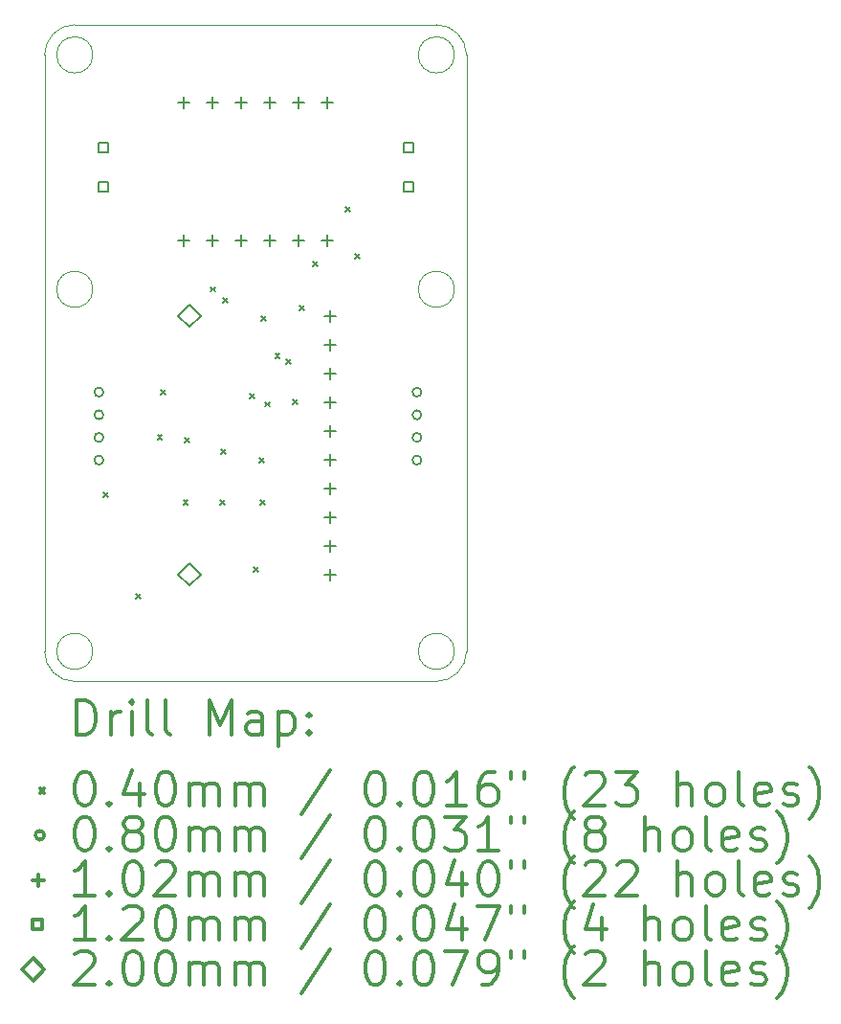
<source format=gbr>
%FSLAX45Y45*%
G04 Gerber Fmt 4.5, Leading zero omitted, Abs format (unit mm)*
G04 Created by KiCad (PCBNEW (5.1.5-0-10_14)) date 2020-07-07 09:51:08*
%MOMM*%
%LPD*%
G04 APERTURE LIST*
%TA.AperFunction,Profile*%
%ADD10C,0.050000*%
%TD*%
%ADD11C,0.200000*%
%ADD12C,0.300000*%
G04 APERTURE END LIST*
D10*
X17205000Y-5545300D02*
X14005000Y-5545300D01*
X17365000Y-7884000D02*
G75*
G03X17365000Y-7884000I-160000J0D01*
G01*
X14165000Y-7884000D02*
G75*
G03X14165000Y-7884000I-160000J0D01*
G01*
X13738300Y-5812000D02*
X13738300Y-11084000D01*
X17471700Y-11084000D02*
X17471700Y-5812000D01*
X14005000Y-11350700D02*
X17205000Y-11350700D01*
X17205000Y-5545300D02*
G75*
G02X17471700Y-5812000I0J-266700D01*
G01*
X17471700Y-11084000D02*
G75*
G02X17205000Y-11350700I-266700J0D01*
G01*
X14005000Y-11350700D02*
G75*
G02X13738300Y-11084000I0J266700D01*
G01*
X13738300Y-5812000D02*
G75*
G02X14005000Y-5545300I266700J0D01*
G01*
X14165000Y-11084000D02*
G75*
G03X14165000Y-11084000I-160000J0D01*
G01*
X17365000Y-11084000D02*
G75*
G03X17365000Y-11084000I-160000J0D01*
G01*
X14165000Y-5812000D02*
G75*
G03X14165000Y-5812000I-160000J0D01*
G01*
X17365000Y-5812000D02*
G75*
G03X17365000Y-5812000I-160000J0D01*
G01*
D11*
X14260000Y-9680000D02*
X14300000Y-9720000D01*
X14300000Y-9680000D02*
X14260000Y-9720000D01*
X14546900Y-10576880D02*
X14586900Y-10616880D01*
X14586900Y-10576880D02*
X14546900Y-10616880D01*
X14737400Y-9169720D02*
X14777400Y-9209720D01*
X14777400Y-9169720D02*
X14737400Y-9209720D01*
X14767880Y-8773480D02*
X14807880Y-8813480D01*
X14807880Y-8773480D02*
X14767880Y-8813480D01*
X14966000Y-9748840D02*
X15006000Y-9788840D01*
X15006000Y-9748840D02*
X14966000Y-9788840D01*
X14981240Y-9195120D02*
X15021240Y-9235120D01*
X15021240Y-9195120D02*
X14981240Y-9235120D01*
X15204760Y-7864160D02*
X15244760Y-7904160D01*
X15244760Y-7864160D02*
X15204760Y-7904160D01*
X15291120Y-9748840D02*
X15331120Y-9788840D01*
X15331120Y-9748840D02*
X15291120Y-9788840D01*
X15301280Y-9301800D02*
X15341280Y-9341800D01*
X15341280Y-9301800D02*
X15301280Y-9341800D01*
X15316520Y-7960680D02*
X15356520Y-8000680D01*
X15356520Y-7960680D02*
X15316520Y-8000680D01*
X15555280Y-8809040D02*
X15595280Y-8849040D01*
X15595280Y-8809040D02*
X15555280Y-8849040D01*
X15585760Y-10338120D02*
X15625760Y-10378120D01*
X15625760Y-10338120D02*
X15585760Y-10378120D01*
X15636560Y-9372920D02*
X15676560Y-9412920D01*
X15676560Y-9372920D02*
X15636560Y-9412920D01*
X15646720Y-9748840D02*
X15686720Y-9788840D01*
X15686720Y-9748840D02*
X15646720Y-9788840D01*
X15656880Y-8123240D02*
X15696880Y-8163240D01*
X15696880Y-8123240D02*
X15656880Y-8163240D01*
X15687360Y-8880160D02*
X15727360Y-8920160D01*
X15727360Y-8880160D02*
X15687360Y-8920160D01*
X15778800Y-8453440D02*
X15818800Y-8493440D01*
X15818800Y-8453440D02*
X15778800Y-8493440D01*
X15874919Y-8503839D02*
X15914919Y-8543839D01*
X15914919Y-8503839D02*
X15874919Y-8543839D01*
X15938571Y-8857549D02*
X15978571Y-8897549D01*
X15978571Y-8857549D02*
X15938571Y-8897549D01*
X15992160Y-8026720D02*
X16032160Y-8066720D01*
X16032160Y-8026720D02*
X15992160Y-8066720D01*
X16116000Y-7640000D02*
X16156000Y-7680000D01*
X16156000Y-7640000D02*
X16116000Y-7680000D01*
X16399000Y-7159000D02*
X16439000Y-7199000D01*
X16439000Y-7159000D02*
X16399000Y-7199000D01*
X16486000Y-7571000D02*
X16526000Y-7611000D01*
X16526000Y-7571000D02*
X16486000Y-7611000D01*
X14258798Y-8793226D02*
G75*
G03X14258798Y-8793226I-39878J0D01*
G01*
X14258798Y-8993378D02*
G75*
G03X14258798Y-8993378I-39878J0D01*
G01*
X14258798Y-9193022D02*
G75*
G03X14258798Y-9193022I-39878J0D01*
G01*
X14258798Y-9393174D02*
G75*
G03X14258798Y-9393174I-39878J0D01*
G01*
X17073118Y-8793226D02*
G75*
G03X17073118Y-8793226I-39878J0D01*
G01*
X17073118Y-8993378D02*
G75*
G03X17073118Y-8993378I-39878J0D01*
G01*
X17073118Y-9193022D02*
G75*
G03X17073118Y-9193022I-39878J0D01*
G01*
X17073118Y-9393174D02*
G75*
G03X17073118Y-9393174I-39878J0D01*
G01*
X14965680Y-7401560D02*
X14965680Y-7503160D01*
X14914880Y-7452360D02*
X15016480Y-7452360D01*
X15219680Y-7401560D02*
X15219680Y-7503160D01*
X15168880Y-7452360D02*
X15270480Y-7452360D01*
X15473680Y-7401560D02*
X15473680Y-7503160D01*
X15422880Y-7452360D02*
X15524480Y-7452360D01*
X15727680Y-7401560D02*
X15727680Y-7503160D01*
X15676880Y-7452360D02*
X15778480Y-7452360D01*
X15981680Y-7401560D02*
X15981680Y-7503160D01*
X15930880Y-7452360D02*
X16032480Y-7452360D01*
X16235680Y-7401560D02*
X16235680Y-7503160D01*
X16184880Y-7452360D02*
X16286480Y-7452360D01*
X14965680Y-6182200D02*
X14965680Y-6283800D01*
X14914880Y-6233000D02*
X15016480Y-6233000D01*
X15219680Y-6182200D02*
X15219680Y-6283800D01*
X15168880Y-6233000D02*
X15270480Y-6233000D01*
X15473680Y-6182200D02*
X15473680Y-6283800D01*
X15422880Y-6233000D02*
X15524480Y-6233000D01*
X15727680Y-6182200D02*
X15727680Y-6283800D01*
X15676880Y-6233000D02*
X15778480Y-6233000D01*
X15981680Y-6182200D02*
X15981680Y-6283800D01*
X15930880Y-6233000D02*
X16032480Y-6233000D01*
X16235680Y-6182200D02*
X16235680Y-6283800D01*
X16184880Y-6233000D02*
X16286480Y-6233000D01*
X16266160Y-8067040D02*
X16266160Y-8168640D01*
X16215360Y-8117840D02*
X16316960Y-8117840D01*
X16266160Y-8321040D02*
X16266160Y-8422640D01*
X16215360Y-8371840D02*
X16316960Y-8371840D01*
X16266160Y-8575040D02*
X16266160Y-8676640D01*
X16215360Y-8625840D02*
X16316960Y-8625840D01*
X16266160Y-8829040D02*
X16266160Y-8930640D01*
X16215360Y-8879840D02*
X16316960Y-8879840D01*
X16266160Y-9083040D02*
X16266160Y-9184640D01*
X16215360Y-9133840D02*
X16316960Y-9133840D01*
X16266160Y-9337040D02*
X16266160Y-9438640D01*
X16215360Y-9387840D02*
X16316960Y-9387840D01*
X16266160Y-9591040D02*
X16266160Y-9692640D01*
X16215360Y-9641840D02*
X16316960Y-9641840D01*
X16266160Y-9845040D02*
X16266160Y-9946640D01*
X16215360Y-9895840D02*
X16316960Y-9895840D01*
X16266160Y-10099040D02*
X16266160Y-10200640D01*
X16215360Y-10149840D02*
X16316960Y-10149840D01*
X16266160Y-10353040D02*
X16266160Y-10454640D01*
X16215360Y-10403840D02*
X16316960Y-10403840D01*
X14296427Y-6674427D02*
X14296427Y-6589573D01*
X14211573Y-6589573D01*
X14211573Y-6674427D01*
X14296427Y-6674427D01*
X14296427Y-7024427D02*
X14296427Y-6939573D01*
X14211573Y-6939573D01*
X14211573Y-7024427D01*
X14296427Y-7024427D01*
X17001427Y-6674427D02*
X17001427Y-6589573D01*
X16916573Y-6589573D01*
X16916573Y-6674427D01*
X17001427Y-6674427D01*
X17001427Y-7024427D02*
X17001427Y-6939573D01*
X16916573Y-6939573D01*
X16916573Y-7024427D01*
X17001427Y-7024427D01*
X15021160Y-8217840D02*
X15121160Y-8117840D01*
X15021160Y-8017840D01*
X14921160Y-8117840D01*
X15021160Y-8217840D01*
X15021160Y-10503840D02*
X15121160Y-10403840D01*
X15021160Y-10303840D01*
X14921160Y-10403840D01*
X15021160Y-10503840D01*
D12*
X14022228Y-11818914D02*
X14022228Y-11518914D01*
X14093657Y-11518914D01*
X14136514Y-11533200D01*
X14165086Y-11561771D01*
X14179371Y-11590343D01*
X14193657Y-11647486D01*
X14193657Y-11690343D01*
X14179371Y-11747486D01*
X14165086Y-11776057D01*
X14136514Y-11804629D01*
X14093657Y-11818914D01*
X14022228Y-11818914D01*
X14322228Y-11818914D02*
X14322228Y-11618914D01*
X14322228Y-11676057D02*
X14336514Y-11647486D01*
X14350800Y-11633200D01*
X14379371Y-11618914D01*
X14407943Y-11618914D01*
X14507943Y-11818914D02*
X14507943Y-11618914D01*
X14507943Y-11518914D02*
X14493657Y-11533200D01*
X14507943Y-11547486D01*
X14522228Y-11533200D01*
X14507943Y-11518914D01*
X14507943Y-11547486D01*
X14693657Y-11818914D02*
X14665086Y-11804629D01*
X14650800Y-11776057D01*
X14650800Y-11518914D01*
X14850800Y-11818914D02*
X14822228Y-11804629D01*
X14807943Y-11776057D01*
X14807943Y-11518914D01*
X15193657Y-11818914D02*
X15193657Y-11518914D01*
X15293657Y-11733200D01*
X15393657Y-11518914D01*
X15393657Y-11818914D01*
X15665086Y-11818914D02*
X15665086Y-11661771D01*
X15650800Y-11633200D01*
X15622228Y-11618914D01*
X15565086Y-11618914D01*
X15536514Y-11633200D01*
X15665086Y-11804629D02*
X15636514Y-11818914D01*
X15565086Y-11818914D01*
X15536514Y-11804629D01*
X15522228Y-11776057D01*
X15522228Y-11747486D01*
X15536514Y-11718914D01*
X15565086Y-11704629D01*
X15636514Y-11704629D01*
X15665086Y-11690343D01*
X15807943Y-11618914D02*
X15807943Y-11918914D01*
X15807943Y-11633200D02*
X15836514Y-11618914D01*
X15893657Y-11618914D01*
X15922228Y-11633200D01*
X15936514Y-11647486D01*
X15950800Y-11676057D01*
X15950800Y-11761771D01*
X15936514Y-11790343D01*
X15922228Y-11804629D01*
X15893657Y-11818914D01*
X15836514Y-11818914D01*
X15807943Y-11804629D01*
X16079371Y-11790343D02*
X16093657Y-11804629D01*
X16079371Y-11818914D01*
X16065086Y-11804629D01*
X16079371Y-11790343D01*
X16079371Y-11818914D01*
X16079371Y-11633200D02*
X16093657Y-11647486D01*
X16079371Y-11661771D01*
X16065086Y-11647486D01*
X16079371Y-11633200D01*
X16079371Y-11661771D01*
X13695800Y-12293200D02*
X13735800Y-12333200D01*
X13735800Y-12293200D02*
X13695800Y-12333200D01*
X14079371Y-12148914D02*
X14107943Y-12148914D01*
X14136514Y-12163200D01*
X14150800Y-12177486D01*
X14165086Y-12206057D01*
X14179371Y-12263200D01*
X14179371Y-12334629D01*
X14165086Y-12391771D01*
X14150800Y-12420343D01*
X14136514Y-12434629D01*
X14107943Y-12448914D01*
X14079371Y-12448914D01*
X14050800Y-12434629D01*
X14036514Y-12420343D01*
X14022228Y-12391771D01*
X14007943Y-12334629D01*
X14007943Y-12263200D01*
X14022228Y-12206057D01*
X14036514Y-12177486D01*
X14050800Y-12163200D01*
X14079371Y-12148914D01*
X14307943Y-12420343D02*
X14322228Y-12434629D01*
X14307943Y-12448914D01*
X14293657Y-12434629D01*
X14307943Y-12420343D01*
X14307943Y-12448914D01*
X14579371Y-12248914D02*
X14579371Y-12448914D01*
X14507943Y-12134629D02*
X14436514Y-12348914D01*
X14622228Y-12348914D01*
X14793657Y-12148914D02*
X14822228Y-12148914D01*
X14850800Y-12163200D01*
X14865086Y-12177486D01*
X14879371Y-12206057D01*
X14893657Y-12263200D01*
X14893657Y-12334629D01*
X14879371Y-12391771D01*
X14865086Y-12420343D01*
X14850800Y-12434629D01*
X14822228Y-12448914D01*
X14793657Y-12448914D01*
X14765086Y-12434629D01*
X14750800Y-12420343D01*
X14736514Y-12391771D01*
X14722228Y-12334629D01*
X14722228Y-12263200D01*
X14736514Y-12206057D01*
X14750800Y-12177486D01*
X14765086Y-12163200D01*
X14793657Y-12148914D01*
X15022228Y-12448914D02*
X15022228Y-12248914D01*
X15022228Y-12277486D02*
X15036514Y-12263200D01*
X15065086Y-12248914D01*
X15107943Y-12248914D01*
X15136514Y-12263200D01*
X15150800Y-12291771D01*
X15150800Y-12448914D01*
X15150800Y-12291771D02*
X15165086Y-12263200D01*
X15193657Y-12248914D01*
X15236514Y-12248914D01*
X15265086Y-12263200D01*
X15279371Y-12291771D01*
X15279371Y-12448914D01*
X15422228Y-12448914D02*
X15422228Y-12248914D01*
X15422228Y-12277486D02*
X15436514Y-12263200D01*
X15465086Y-12248914D01*
X15507943Y-12248914D01*
X15536514Y-12263200D01*
X15550800Y-12291771D01*
X15550800Y-12448914D01*
X15550800Y-12291771D02*
X15565086Y-12263200D01*
X15593657Y-12248914D01*
X15636514Y-12248914D01*
X15665086Y-12263200D01*
X15679371Y-12291771D01*
X15679371Y-12448914D01*
X16265086Y-12134629D02*
X16007943Y-12520343D01*
X16650800Y-12148914D02*
X16679371Y-12148914D01*
X16707943Y-12163200D01*
X16722228Y-12177486D01*
X16736514Y-12206057D01*
X16750800Y-12263200D01*
X16750800Y-12334629D01*
X16736514Y-12391771D01*
X16722228Y-12420343D01*
X16707943Y-12434629D01*
X16679371Y-12448914D01*
X16650800Y-12448914D01*
X16622228Y-12434629D01*
X16607943Y-12420343D01*
X16593657Y-12391771D01*
X16579371Y-12334629D01*
X16579371Y-12263200D01*
X16593657Y-12206057D01*
X16607943Y-12177486D01*
X16622228Y-12163200D01*
X16650800Y-12148914D01*
X16879371Y-12420343D02*
X16893657Y-12434629D01*
X16879371Y-12448914D01*
X16865086Y-12434629D01*
X16879371Y-12420343D01*
X16879371Y-12448914D01*
X17079371Y-12148914D02*
X17107943Y-12148914D01*
X17136514Y-12163200D01*
X17150800Y-12177486D01*
X17165086Y-12206057D01*
X17179371Y-12263200D01*
X17179371Y-12334629D01*
X17165086Y-12391771D01*
X17150800Y-12420343D01*
X17136514Y-12434629D01*
X17107943Y-12448914D01*
X17079371Y-12448914D01*
X17050800Y-12434629D01*
X17036514Y-12420343D01*
X17022228Y-12391771D01*
X17007943Y-12334629D01*
X17007943Y-12263200D01*
X17022228Y-12206057D01*
X17036514Y-12177486D01*
X17050800Y-12163200D01*
X17079371Y-12148914D01*
X17465086Y-12448914D02*
X17293657Y-12448914D01*
X17379371Y-12448914D02*
X17379371Y-12148914D01*
X17350800Y-12191771D01*
X17322228Y-12220343D01*
X17293657Y-12234629D01*
X17722228Y-12148914D02*
X17665086Y-12148914D01*
X17636514Y-12163200D01*
X17622228Y-12177486D01*
X17593657Y-12220343D01*
X17579371Y-12277486D01*
X17579371Y-12391771D01*
X17593657Y-12420343D01*
X17607943Y-12434629D01*
X17636514Y-12448914D01*
X17693657Y-12448914D01*
X17722228Y-12434629D01*
X17736514Y-12420343D01*
X17750800Y-12391771D01*
X17750800Y-12320343D01*
X17736514Y-12291771D01*
X17722228Y-12277486D01*
X17693657Y-12263200D01*
X17636514Y-12263200D01*
X17607943Y-12277486D01*
X17593657Y-12291771D01*
X17579371Y-12320343D01*
X17865086Y-12148914D02*
X17865086Y-12206057D01*
X17979371Y-12148914D02*
X17979371Y-12206057D01*
X18422228Y-12563200D02*
X18407943Y-12548914D01*
X18379371Y-12506057D01*
X18365086Y-12477486D01*
X18350800Y-12434629D01*
X18336514Y-12363200D01*
X18336514Y-12306057D01*
X18350800Y-12234629D01*
X18365086Y-12191771D01*
X18379371Y-12163200D01*
X18407943Y-12120343D01*
X18422228Y-12106057D01*
X18522228Y-12177486D02*
X18536514Y-12163200D01*
X18565086Y-12148914D01*
X18636514Y-12148914D01*
X18665086Y-12163200D01*
X18679371Y-12177486D01*
X18693657Y-12206057D01*
X18693657Y-12234629D01*
X18679371Y-12277486D01*
X18507943Y-12448914D01*
X18693657Y-12448914D01*
X18793657Y-12148914D02*
X18979371Y-12148914D01*
X18879371Y-12263200D01*
X18922228Y-12263200D01*
X18950800Y-12277486D01*
X18965086Y-12291771D01*
X18979371Y-12320343D01*
X18979371Y-12391771D01*
X18965086Y-12420343D01*
X18950800Y-12434629D01*
X18922228Y-12448914D01*
X18836514Y-12448914D01*
X18807943Y-12434629D01*
X18793657Y-12420343D01*
X19336514Y-12448914D02*
X19336514Y-12148914D01*
X19465086Y-12448914D02*
X19465086Y-12291771D01*
X19450800Y-12263200D01*
X19422228Y-12248914D01*
X19379371Y-12248914D01*
X19350800Y-12263200D01*
X19336514Y-12277486D01*
X19650800Y-12448914D02*
X19622228Y-12434629D01*
X19607943Y-12420343D01*
X19593657Y-12391771D01*
X19593657Y-12306057D01*
X19607943Y-12277486D01*
X19622228Y-12263200D01*
X19650800Y-12248914D01*
X19693657Y-12248914D01*
X19722228Y-12263200D01*
X19736514Y-12277486D01*
X19750800Y-12306057D01*
X19750800Y-12391771D01*
X19736514Y-12420343D01*
X19722228Y-12434629D01*
X19693657Y-12448914D01*
X19650800Y-12448914D01*
X19922228Y-12448914D02*
X19893657Y-12434629D01*
X19879371Y-12406057D01*
X19879371Y-12148914D01*
X20150800Y-12434629D02*
X20122228Y-12448914D01*
X20065086Y-12448914D01*
X20036514Y-12434629D01*
X20022228Y-12406057D01*
X20022228Y-12291771D01*
X20036514Y-12263200D01*
X20065086Y-12248914D01*
X20122228Y-12248914D01*
X20150800Y-12263200D01*
X20165086Y-12291771D01*
X20165086Y-12320343D01*
X20022228Y-12348914D01*
X20279371Y-12434629D02*
X20307943Y-12448914D01*
X20365086Y-12448914D01*
X20393657Y-12434629D01*
X20407943Y-12406057D01*
X20407943Y-12391771D01*
X20393657Y-12363200D01*
X20365086Y-12348914D01*
X20322228Y-12348914D01*
X20293657Y-12334629D01*
X20279371Y-12306057D01*
X20279371Y-12291771D01*
X20293657Y-12263200D01*
X20322228Y-12248914D01*
X20365086Y-12248914D01*
X20393657Y-12263200D01*
X20507943Y-12563200D02*
X20522228Y-12548914D01*
X20550800Y-12506057D01*
X20565086Y-12477486D01*
X20579371Y-12434629D01*
X20593657Y-12363200D01*
X20593657Y-12306057D01*
X20579371Y-12234629D01*
X20565086Y-12191771D01*
X20550800Y-12163200D01*
X20522228Y-12120343D01*
X20507943Y-12106057D01*
X13735800Y-12709200D02*
G75*
G03X13735800Y-12709200I-39878J0D01*
G01*
X14079371Y-12544914D02*
X14107943Y-12544914D01*
X14136514Y-12559200D01*
X14150800Y-12573486D01*
X14165086Y-12602057D01*
X14179371Y-12659200D01*
X14179371Y-12730629D01*
X14165086Y-12787771D01*
X14150800Y-12816343D01*
X14136514Y-12830629D01*
X14107943Y-12844914D01*
X14079371Y-12844914D01*
X14050800Y-12830629D01*
X14036514Y-12816343D01*
X14022228Y-12787771D01*
X14007943Y-12730629D01*
X14007943Y-12659200D01*
X14022228Y-12602057D01*
X14036514Y-12573486D01*
X14050800Y-12559200D01*
X14079371Y-12544914D01*
X14307943Y-12816343D02*
X14322228Y-12830629D01*
X14307943Y-12844914D01*
X14293657Y-12830629D01*
X14307943Y-12816343D01*
X14307943Y-12844914D01*
X14493657Y-12673486D02*
X14465086Y-12659200D01*
X14450800Y-12644914D01*
X14436514Y-12616343D01*
X14436514Y-12602057D01*
X14450800Y-12573486D01*
X14465086Y-12559200D01*
X14493657Y-12544914D01*
X14550800Y-12544914D01*
X14579371Y-12559200D01*
X14593657Y-12573486D01*
X14607943Y-12602057D01*
X14607943Y-12616343D01*
X14593657Y-12644914D01*
X14579371Y-12659200D01*
X14550800Y-12673486D01*
X14493657Y-12673486D01*
X14465086Y-12687771D01*
X14450800Y-12702057D01*
X14436514Y-12730629D01*
X14436514Y-12787771D01*
X14450800Y-12816343D01*
X14465086Y-12830629D01*
X14493657Y-12844914D01*
X14550800Y-12844914D01*
X14579371Y-12830629D01*
X14593657Y-12816343D01*
X14607943Y-12787771D01*
X14607943Y-12730629D01*
X14593657Y-12702057D01*
X14579371Y-12687771D01*
X14550800Y-12673486D01*
X14793657Y-12544914D02*
X14822228Y-12544914D01*
X14850800Y-12559200D01*
X14865086Y-12573486D01*
X14879371Y-12602057D01*
X14893657Y-12659200D01*
X14893657Y-12730629D01*
X14879371Y-12787771D01*
X14865086Y-12816343D01*
X14850800Y-12830629D01*
X14822228Y-12844914D01*
X14793657Y-12844914D01*
X14765086Y-12830629D01*
X14750800Y-12816343D01*
X14736514Y-12787771D01*
X14722228Y-12730629D01*
X14722228Y-12659200D01*
X14736514Y-12602057D01*
X14750800Y-12573486D01*
X14765086Y-12559200D01*
X14793657Y-12544914D01*
X15022228Y-12844914D02*
X15022228Y-12644914D01*
X15022228Y-12673486D02*
X15036514Y-12659200D01*
X15065086Y-12644914D01*
X15107943Y-12644914D01*
X15136514Y-12659200D01*
X15150800Y-12687771D01*
X15150800Y-12844914D01*
X15150800Y-12687771D02*
X15165086Y-12659200D01*
X15193657Y-12644914D01*
X15236514Y-12644914D01*
X15265086Y-12659200D01*
X15279371Y-12687771D01*
X15279371Y-12844914D01*
X15422228Y-12844914D02*
X15422228Y-12644914D01*
X15422228Y-12673486D02*
X15436514Y-12659200D01*
X15465086Y-12644914D01*
X15507943Y-12644914D01*
X15536514Y-12659200D01*
X15550800Y-12687771D01*
X15550800Y-12844914D01*
X15550800Y-12687771D02*
X15565086Y-12659200D01*
X15593657Y-12644914D01*
X15636514Y-12644914D01*
X15665086Y-12659200D01*
X15679371Y-12687771D01*
X15679371Y-12844914D01*
X16265086Y-12530629D02*
X16007943Y-12916343D01*
X16650800Y-12544914D02*
X16679371Y-12544914D01*
X16707943Y-12559200D01*
X16722228Y-12573486D01*
X16736514Y-12602057D01*
X16750800Y-12659200D01*
X16750800Y-12730629D01*
X16736514Y-12787771D01*
X16722228Y-12816343D01*
X16707943Y-12830629D01*
X16679371Y-12844914D01*
X16650800Y-12844914D01*
X16622228Y-12830629D01*
X16607943Y-12816343D01*
X16593657Y-12787771D01*
X16579371Y-12730629D01*
X16579371Y-12659200D01*
X16593657Y-12602057D01*
X16607943Y-12573486D01*
X16622228Y-12559200D01*
X16650800Y-12544914D01*
X16879371Y-12816343D02*
X16893657Y-12830629D01*
X16879371Y-12844914D01*
X16865086Y-12830629D01*
X16879371Y-12816343D01*
X16879371Y-12844914D01*
X17079371Y-12544914D02*
X17107943Y-12544914D01*
X17136514Y-12559200D01*
X17150800Y-12573486D01*
X17165086Y-12602057D01*
X17179371Y-12659200D01*
X17179371Y-12730629D01*
X17165086Y-12787771D01*
X17150800Y-12816343D01*
X17136514Y-12830629D01*
X17107943Y-12844914D01*
X17079371Y-12844914D01*
X17050800Y-12830629D01*
X17036514Y-12816343D01*
X17022228Y-12787771D01*
X17007943Y-12730629D01*
X17007943Y-12659200D01*
X17022228Y-12602057D01*
X17036514Y-12573486D01*
X17050800Y-12559200D01*
X17079371Y-12544914D01*
X17279371Y-12544914D02*
X17465086Y-12544914D01*
X17365086Y-12659200D01*
X17407943Y-12659200D01*
X17436514Y-12673486D01*
X17450800Y-12687771D01*
X17465086Y-12716343D01*
X17465086Y-12787771D01*
X17450800Y-12816343D01*
X17436514Y-12830629D01*
X17407943Y-12844914D01*
X17322228Y-12844914D01*
X17293657Y-12830629D01*
X17279371Y-12816343D01*
X17750800Y-12844914D02*
X17579371Y-12844914D01*
X17665086Y-12844914D02*
X17665086Y-12544914D01*
X17636514Y-12587771D01*
X17607943Y-12616343D01*
X17579371Y-12630629D01*
X17865086Y-12544914D02*
X17865086Y-12602057D01*
X17979371Y-12544914D02*
X17979371Y-12602057D01*
X18422228Y-12959200D02*
X18407943Y-12944914D01*
X18379371Y-12902057D01*
X18365086Y-12873486D01*
X18350800Y-12830629D01*
X18336514Y-12759200D01*
X18336514Y-12702057D01*
X18350800Y-12630629D01*
X18365086Y-12587771D01*
X18379371Y-12559200D01*
X18407943Y-12516343D01*
X18422228Y-12502057D01*
X18579371Y-12673486D02*
X18550800Y-12659200D01*
X18536514Y-12644914D01*
X18522228Y-12616343D01*
X18522228Y-12602057D01*
X18536514Y-12573486D01*
X18550800Y-12559200D01*
X18579371Y-12544914D01*
X18636514Y-12544914D01*
X18665086Y-12559200D01*
X18679371Y-12573486D01*
X18693657Y-12602057D01*
X18693657Y-12616343D01*
X18679371Y-12644914D01*
X18665086Y-12659200D01*
X18636514Y-12673486D01*
X18579371Y-12673486D01*
X18550800Y-12687771D01*
X18536514Y-12702057D01*
X18522228Y-12730629D01*
X18522228Y-12787771D01*
X18536514Y-12816343D01*
X18550800Y-12830629D01*
X18579371Y-12844914D01*
X18636514Y-12844914D01*
X18665086Y-12830629D01*
X18679371Y-12816343D01*
X18693657Y-12787771D01*
X18693657Y-12730629D01*
X18679371Y-12702057D01*
X18665086Y-12687771D01*
X18636514Y-12673486D01*
X19050800Y-12844914D02*
X19050800Y-12544914D01*
X19179371Y-12844914D02*
X19179371Y-12687771D01*
X19165086Y-12659200D01*
X19136514Y-12644914D01*
X19093657Y-12644914D01*
X19065086Y-12659200D01*
X19050800Y-12673486D01*
X19365086Y-12844914D02*
X19336514Y-12830629D01*
X19322228Y-12816343D01*
X19307943Y-12787771D01*
X19307943Y-12702057D01*
X19322228Y-12673486D01*
X19336514Y-12659200D01*
X19365086Y-12644914D01*
X19407943Y-12644914D01*
X19436514Y-12659200D01*
X19450800Y-12673486D01*
X19465086Y-12702057D01*
X19465086Y-12787771D01*
X19450800Y-12816343D01*
X19436514Y-12830629D01*
X19407943Y-12844914D01*
X19365086Y-12844914D01*
X19636514Y-12844914D02*
X19607943Y-12830629D01*
X19593657Y-12802057D01*
X19593657Y-12544914D01*
X19865086Y-12830629D02*
X19836514Y-12844914D01*
X19779371Y-12844914D01*
X19750800Y-12830629D01*
X19736514Y-12802057D01*
X19736514Y-12687771D01*
X19750800Y-12659200D01*
X19779371Y-12644914D01*
X19836514Y-12644914D01*
X19865086Y-12659200D01*
X19879371Y-12687771D01*
X19879371Y-12716343D01*
X19736514Y-12744914D01*
X19993657Y-12830629D02*
X20022228Y-12844914D01*
X20079371Y-12844914D01*
X20107943Y-12830629D01*
X20122228Y-12802057D01*
X20122228Y-12787771D01*
X20107943Y-12759200D01*
X20079371Y-12744914D01*
X20036514Y-12744914D01*
X20007943Y-12730629D01*
X19993657Y-12702057D01*
X19993657Y-12687771D01*
X20007943Y-12659200D01*
X20036514Y-12644914D01*
X20079371Y-12644914D01*
X20107943Y-12659200D01*
X20222228Y-12959200D02*
X20236514Y-12944914D01*
X20265086Y-12902057D01*
X20279371Y-12873486D01*
X20293657Y-12830629D01*
X20307943Y-12759200D01*
X20307943Y-12702057D01*
X20293657Y-12630629D01*
X20279371Y-12587771D01*
X20265086Y-12559200D01*
X20236514Y-12516343D01*
X20222228Y-12502057D01*
X13685000Y-13054400D02*
X13685000Y-13156000D01*
X13634200Y-13105200D02*
X13735800Y-13105200D01*
X14179371Y-13240914D02*
X14007943Y-13240914D01*
X14093657Y-13240914D02*
X14093657Y-12940914D01*
X14065086Y-12983771D01*
X14036514Y-13012343D01*
X14007943Y-13026629D01*
X14307943Y-13212343D02*
X14322228Y-13226629D01*
X14307943Y-13240914D01*
X14293657Y-13226629D01*
X14307943Y-13212343D01*
X14307943Y-13240914D01*
X14507943Y-12940914D02*
X14536514Y-12940914D01*
X14565086Y-12955200D01*
X14579371Y-12969486D01*
X14593657Y-12998057D01*
X14607943Y-13055200D01*
X14607943Y-13126629D01*
X14593657Y-13183771D01*
X14579371Y-13212343D01*
X14565086Y-13226629D01*
X14536514Y-13240914D01*
X14507943Y-13240914D01*
X14479371Y-13226629D01*
X14465086Y-13212343D01*
X14450800Y-13183771D01*
X14436514Y-13126629D01*
X14436514Y-13055200D01*
X14450800Y-12998057D01*
X14465086Y-12969486D01*
X14479371Y-12955200D01*
X14507943Y-12940914D01*
X14722228Y-12969486D02*
X14736514Y-12955200D01*
X14765086Y-12940914D01*
X14836514Y-12940914D01*
X14865086Y-12955200D01*
X14879371Y-12969486D01*
X14893657Y-12998057D01*
X14893657Y-13026629D01*
X14879371Y-13069486D01*
X14707943Y-13240914D01*
X14893657Y-13240914D01*
X15022228Y-13240914D02*
X15022228Y-13040914D01*
X15022228Y-13069486D02*
X15036514Y-13055200D01*
X15065086Y-13040914D01*
X15107943Y-13040914D01*
X15136514Y-13055200D01*
X15150800Y-13083771D01*
X15150800Y-13240914D01*
X15150800Y-13083771D02*
X15165086Y-13055200D01*
X15193657Y-13040914D01*
X15236514Y-13040914D01*
X15265086Y-13055200D01*
X15279371Y-13083771D01*
X15279371Y-13240914D01*
X15422228Y-13240914D02*
X15422228Y-13040914D01*
X15422228Y-13069486D02*
X15436514Y-13055200D01*
X15465086Y-13040914D01*
X15507943Y-13040914D01*
X15536514Y-13055200D01*
X15550800Y-13083771D01*
X15550800Y-13240914D01*
X15550800Y-13083771D02*
X15565086Y-13055200D01*
X15593657Y-13040914D01*
X15636514Y-13040914D01*
X15665086Y-13055200D01*
X15679371Y-13083771D01*
X15679371Y-13240914D01*
X16265086Y-12926629D02*
X16007943Y-13312343D01*
X16650800Y-12940914D02*
X16679371Y-12940914D01*
X16707943Y-12955200D01*
X16722228Y-12969486D01*
X16736514Y-12998057D01*
X16750800Y-13055200D01*
X16750800Y-13126629D01*
X16736514Y-13183771D01*
X16722228Y-13212343D01*
X16707943Y-13226629D01*
X16679371Y-13240914D01*
X16650800Y-13240914D01*
X16622228Y-13226629D01*
X16607943Y-13212343D01*
X16593657Y-13183771D01*
X16579371Y-13126629D01*
X16579371Y-13055200D01*
X16593657Y-12998057D01*
X16607943Y-12969486D01*
X16622228Y-12955200D01*
X16650800Y-12940914D01*
X16879371Y-13212343D02*
X16893657Y-13226629D01*
X16879371Y-13240914D01*
X16865086Y-13226629D01*
X16879371Y-13212343D01*
X16879371Y-13240914D01*
X17079371Y-12940914D02*
X17107943Y-12940914D01*
X17136514Y-12955200D01*
X17150800Y-12969486D01*
X17165086Y-12998057D01*
X17179371Y-13055200D01*
X17179371Y-13126629D01*
X17165086Y-13183771D01*
X17150800Y-13212343D01*
X17136514Y-13226629D01*
X17107943Y-13240914D01*
X17079371Y-13240914D01*
X17050800Y-13226629D01*
X17036514Y-13212343D01*
X17022228Y-13183771D01*
X17007943Y-13126629D01*
X17007943Y-13055200D01*
X17022228Y-12998057D01*
X17036514Y-12969486D01*
X17050800Y-12955200D01*
X17079371Y-12940914D01*
X17436514Y-13040914D02*
X17436514Y-13240914D01*
X17365086Y-12926629D02*
X17293657Y-13140914D01*
X17479371Y-13140914D01*
X17650800Y-12940914D02*
X17679371Y-12940914D01*
X17707943Y-12955200D01*
X17722228Y-12969486D01*
X17736514Y-12998057D01*
X17750800Y-13055200D01*
X17750800Y-13126629D01*
X17736514Y-13183771D01*
X17722228Y-13212343D01*
X17707943Y-13226629D01*
X17679371Y-13240914D01*
X17650800Y-13240914D01*
X17622228Y-13226629D01*
X17607943Y-13212343D01*
X17593657Y-13183771D01*
X17579371Y-13126629D01*
X17579371Y-13055200D01*
X17593657Y-12998057D01*
X17607943Y-12969486D01*
X17622228Y-12955200D01*
X17650800Y-12940914D01*
X17865086Y-12940914D02*
X17865086Y-12998057D01*
X17979371Y-12940914D02*
X17979371Y-12998057D01*
X18422228Y-13355200D02*
X18407943Y-13340914D01*
X18379371Y-13298057D01*
X18365086Y-13269486D01*
X18350800Y-13226629D01*
X18336514Y-13155200D01*
X18336514Y-13098057D01*
X18350800Y-13026629D01*
X18365086Y-12983771D01*
X18379371Y-12955200D01*
X18407943Y-12912343D01*
X18422228Y-12898057D01*
X18522228Y-12969486D02*
X18536514Y-12955200D01*
X18565086Y-12940914D01*
X18636514Y-12940914D01*
X18665086Y-12955200D01*
X18679371Y-12969486D01*
X18693657Y-12998057D01*
X18693657Y-13026629D01*
X18679371Y-13069486D01*
X18507943Y-13240914D01*
X18693657Y-13240914D01*
X18807943Y-12969486D02*
X18822228Y-12955200D01*
X18850800Y-12940914D01*
X18922228Y-12940914D01*
X18950800Y-12955200D01*
X18965086Y-12969486D01*
X18979371Y-12998057D01*
X18979371Y-13026629D01*
X18965086Y-13069486D01*
X18793657Y-13240914D01*
X18979371Y-13240914D01*
X19336514Y-13240914D02*
X19336514Y-12940914D01*
X19465086Y-13240914D02*
X19465086Y-13083771D01*
X19450800Y-13055200D01*
X19422228Y-13040914D01*
X19379371Y-13040914D01*
X19350800Y-13055200D01*
X19336514Y-13069486D01*
X19650800Y-13240914D02*
X19622228Y-13226629D01*
X19607943Y-13212343D01*
X19593657Y-13183771D01*
X19593657Y-13098057D01*
X19607943Y-13069486D01*
X19622228Y-13055200D01*
X19650800Y-13040914D01*
X19693657Y-13040914D01*
X19722228Y-13055200D01*
X19736514Y-13069486D01*
X19750800Y-13098057D01*
X19750800Y-13183771D01*
X19736514Y-13212343D01*
X19722228Y-13226629D01*
X19693657Y-13240914D01*
X19650800Y-13240914D01*
X19922228Y-13240914D02*
X19893657Y-13226629D01*
X19879371Y-13198057D01*
X19879371Y-12940914D01*
X20150800Y-13226629D02*
X20122228Y-13240914D01*
X20065086Y-13240914D01*
X20036514Y-13226629D01*
X20022228Y-13198057D01*
X20022228Y-13083771D01*
X20036514Y-13055200D01*
X20065086Y-13040914D01*
X20122228Y-13040914D01*
X20150800Y-13055200D01*
X20165086Y-13083771D01*
X20165086Y-13112343D01*
X20022228Y-13140914D01*
X20279371Y-13226629D02*
X20307943Y-13240914D01*
X20365086Y-13240914D01*
X20393657Y-13226629D01*
X20407943Y-13198057D01*
X20407943Y-13183771D01*
X20393657Y-13155200D01*
X20365086Y-13140914D01*
X20322228Y-13140914D01*
X20293657Y-13126629D01*
X20279371Y-13098057D01*
X20279371Y-13083771D01*
X20293657Y-13055200D01*
X20322228Y-13040914D01*
X20365086Y-13040914D01*
X20393657Y-13055200D01*
X20507943Y-13355200D02*
X20522228Y-13340914D01*
X20550800Y-13298057D01*
X20565086Y-13269486D01*
X20579371Y-13226629D01*
X20593657Y-13155200D01*
X20593657Y-13098057D01*
X20579371Y-13026629D01*
X20565086Y-12983771D01*
X20550800Y-12955200D01*
X20522228Y-12912343D01*
X20507943Y-12898057D01*
X13718227Y-13543627D02*
X13718227Y-13458773D01*
X13633373Y-13458773D01*
X13633373Y-13543627D01*
X13718227Y-13543627D01*
X14179371Y-13636914D02*
X14007943Y-13636914D01*
X14093657Y-13636914D02*
X14093657Y-13336914D01*
X14065086Y-13379771D01*
X14036514Y-13408343D01*
X14007943Y-13422629D01*
X14307943Y-13608343D02*
X14322228Y-13622629D01*
X14307943Y-13636914D01*
X14293657Y-13622629D01*
X14307943Y-13608343D01*
X14307943Y-13636914D01*
X14436514Y-13365486D02*
X14450800Y-13351200D01*
X14479371Y-13336914D01*
X14550800Y-13336914D01*
X14579371Y-13351200D01*
X14593657Y-13365486D01*
X14607943Y-13394057D01*
X14607943Y-13422629D01*
X14593657Y-13465486D01*
X14422228Y-13636914D01*
X14607943Y-13636914D01*
X14793657Y-13336914D02*
X14822228Y-13336914D01*
X14850800Y-13351200D01*
X14865086Y-13365486D01*
X14879371Y-13394057D01*
X14893657Y-13451200D01*
X14893657Y-13522629D01*
X14879371Y-13579771D01*
X14865086Y-13608343D01*
X14850800Y-13622629D01*
X14822228Y-13636914D01*
X14793657Y-13636914D01*
X14765086Y-13622629D01*
X14750800Y-13608343D01*
X14736514Y-13579771D01*
X14722228Y-13522629D01*
X14722228Y-13451200D01*
X14736514Y-13394057D01*
X14750800Y-13365486D01*
X14765086Y-13351200D01*
X14793657Y-13336914D01*
X15022228Y-13636914D02*
X15022228Y-13436914D01*
X15022228Y-13465486D02*
X15036514Y-13451200D01*
X15065086Y-13436914D01*
X15107943Y-13436914D01*
X15136514Y-13451200D01*
X15150800Y-13479771D01*
X15150800Y-13636914D01*
X15150800Y-13479771D02*
X15165086Y-13451200D01*
X15193657Y-13436914D01*
X15236514Y-13436914D01*
X15265086Y-13451200D01*
X15279371Y-13479771D01*
X15279371Y-13636914D01*
X15422228Y-13636914D02*
X15422228Y-13436914D01*
X15422228Y-13465486D02*
X15436514Y-13451200D01*
X15465086Y-13436914D01*
X15507943Y-13436914D01*
X15536514Y-13451200D01*
X15550800Y-13479771D01*
X15550800Y-13636914D01*
X15550800Y-13479771D02*
X15565086Y-13451200D01*
X15593657Y-13436914D01*
X15636514Y-13436914D01*
X15665086Y-13451200D01*
X15679371Y-13479771D01*
X15679371Y-13636914D01*
X16265086Y-13322629D02*
X16007943Y-13708343D01*
X16650800Y-13336914D02*
X16679371Y-13336914D01*
X16707943Y-13351200D01*
X16722228Y-13365486D01*
X16736514Y-13394057D01*
X16750800Y-13451200D01*
X16750800Y-13522629D01*
X16736514Y-13579771D01*
X16722228Y-13608343D01*
X16707943Y-13622629D01*
X16679371Y-13636914D01*
X16650800Y-13636914D01*
X16622228Y-13622629D01*
X16607943Y-13608343D01*
X16593657Y-13579771D01*
X16579371Y-13522629D01*
X16579371Y-13451200D01*
X16593657Y-13394057D01*
X16607943Y-13365486D01*
X16622228Y-13351200D01*
X16650800Y-13336914D01*
X16879371Y-13608343D02*
X16893657Y-13622629D01*
X16879371Y-13636914D01*
X16865086Y-13622629D01*
X16879371Y-13608343D01*
X16879371Y-13636914D01*
X17079371Y-13336914D02*
X17107943Y-13336914D01*
X17136514Y-13351200D01*
X17150800Y-13365486D01*
X17165086Y-13394057D01*
X17179371Y-13451200D01*
X17179371Y-13522629D01*
X17165086Y-13579771D01*
X17150800Y-13608343D01*
X17136514Y-13622629D01*
X17107943Y-13636914D01*
X17079371Y-13636914D01*
X17050800Y-13622629D01*
X17036514Y-13608343D01*
X17022228Y-13579771D01*
X17007943Y-13522629D01*
X17007943Y-13451200D01*
X17022228Y-13394057D01*
X17036514Y-13365486D01*
X17050800Y-13351200D01*
X17079371Y-13336914D01*
X17436514Y-13436914D02*
X17436514Y-13636914D01*
X17365086Y-13322629D02*
X17293657Y-13536914D01*
X17479371Y-13536914D01*
X17565086Y-13336914D02*
X17765086Y-13336914D01*
X17636514Y-13636914D01*
X17865086Y-13336914D02*
X17865086Y-13394057D01*
X17979371Y-13336914D02*
X17979371Y-13394057D01*
X18422228Y-13751200D02*
X18407943Y-13736914D01*
X18379371Y-13694057D01*
X18365086Y-13665486D01*
X18350800Y-13622629D01*
X18336514Y-13551200D01*
X18336514Y-13494057D01*
X18350800Y-13422629D01*
X18365086Y-13379771D01*
X18379371Y-13351200D01*
X18407943Y-13308343D01*
X18422228Y-13294057D01*
X18665086Y-13436914D02*
X18665086Y-13636914D01*
X18593657Y-13322629D02*
X18522228Y-13536914D01*
X18707943Y-13536914D01*
X19050800Y-13636914D02*
X19050800Y-13336914D01*
X19179371Y-13636914D02*
X19179371Y-13479771D01*
X19165086Y-13451200D01*
X19136514Y-13436914D01*
X19093657Y-13436914D01*
X19065086Y-13451200D01*
X19050800Y-13465486D01*
X19365086Y-13636914D02*
X19336514Y-13622629D01*
X19322228Y-13608343D01*
X19307943Y-13579771D01*
X19307943Y-13494057D01*
X19322228Y-13465486D01*
X19336514Y-13451200D01*
X19365086Y-13436914D01*
X19407943Y-13436914D01*
X19436514Y-13451200D01*
X19450800Y-13465486D01*
X19465086Y-13494057D01*
X19465086Y-13579771D01*
X19450800Y-13608343D01*
X19436514Y-13622629D01*
X19407943Y-13636914D01*
X19365086Y-13636914D01*
X19636514Y-13636914D02*
X19607943Y-13622629D01*
X19593657Y-13594057D01*
X19593657Y-13336914D01*
X19865086Y-13622629D02*
X19836514Y-13636914D01*
X19779371Y-13636914D01*
X19750800Y-13622629D01*
X19736514Y-13594057D01*
X19736514Y-13479771D01*
X19750800Y-13451200D01*
X19779371Y-13436914D01*
X19836514Y-13436914D01*
X19865086Y-13451200D01*
X19879371Y-13479771D01*
X19879371Y-13508343D01*
X19736514Y-13536914D01*
X19993657Y-13622629D02*
X20022228Y-13636914D01*
X20079371Y-13636914D01*
X20107943Y-13622629D01*
X20122228Y-13594057D01*
X20122228Y-13579771D01*
X20107943Y-13551200D01*
X20079371Y-13536914D01*
X20036514Y-13536914D01*
X20007943Y-13522629D01*
X19993657Y-13494057D01*
X19993657Y-13479771D01*
X20007943Y-13451200D01*
X20036514Y-13436914D01*
X20079371Y-13436914D01*
X20107943Y-13451200D01*
X20222228Y-13751200D02*
X20236514Y-13736914D01*
X20265086Y-13694057D01*
X20279371Y-13665486D01*
X20293657Y-13622629D01*
X20307943Y-13551200D01*
X20307943Y-13494057D01*
X20293657Y-13422629D01*
X20279371Y-13379771D01*
X20265086Y-13351200D01*
X20236514Y-13308343D01*
X20222228Y-13294057D01*
X13635800Y-13997200D02*
X13735800Y-13897200D01*
X13635800Y-13797200D01*
X13535800Y-13897200D01*
X13635800Y-13997200D01*
X14007943Y-13761486D02*
X14022228Y-13747200D01*
X14050800Y-13732914D01*
X14122228Y-13732914D01*
X14150800Y-13747200D01*
X14165086Y-13761486D01*
X14179371Y-13790057D01*
X14179371Y-13818629D01*
X14165086Y-13861486D01*
X13993657Y-14032914D01*
X14179371Y-14032914D01*
X14307943Y-14004343D02*
X14322228Y-14018629D01*
X14307943Y-14032914D01*
X14293657Y-14018629D01*
X14307943Y-14004343D01*
X14307943Y-14032914D01*
X14507943Y-13732914D02*
X14536514Y-13732914D01*
X14565086Y-13747200D01*
X14579371Y-13761486D01*
X14593657Y-13790057D01*
X14607943Y-13847200D01*
X14607943Y-13918629D01*
X14593657Y-13975771D01*
X14579371Y-14004343D01*
X14565086Y-14018629D01*
X14536514Y-14032914D01*
X14507943Y-14032914D01*
X14479371Y-14018629D01*
X14465086Y-14004343D01*
X14450800Y-13975771D01*
X14436514Y-13918629D01*
X14436514Y-13847200D01*
X14450800Y-13790057D01*
X14465086Y-13761486D01*
X14479371Y-13747200D01*
X14507943Y-13732914D01*
X14793657Y-13732914D02*
X14822228Y-13732914D01*
X14850800Y-13747200D01*
X14865086Y-13761486D01*
X14879371Y-13790057D01*
X14893657Y-13847200D01*
X14893657Y-13918629D01*
X14879371Y-13975771D01*
X14865086Y-14004343D01*
X14850800Y-14018629D01*
X14822228Y-14032914D01*
X14793657Y-14032914D01*
X14765086Y-14018629D01*
X14750800Y-14004343D01*
X14736514Y-13975771D01*
X14722228Y-13918629D01*
X14722228Y-13847200D01*
X14736514Y-13790057D01*
X14750800Y-13761486D01*
X14765086Y-13747200D01*
X14793657Y-13732914D01*
X15022228Y-14032914D02*
X15022228Y-13832914D01*
X15022228Y-13861486D02*
X15036514Y-13847200D01*
X15065086Y-13832914D01*
X15107943Y-13832914D01*
X15136514Y-13847200D01*
X15150800Y-13875771D01*
X15150800Y-14032914D01*
X15150800Y-13875771D02*
X15165086Y-13847200D01*
X15193657Y-13832914D01*
X15236514Y-13832914D01*
X15265086Y-13847200D01*
X15279371Y-13875771D01*
X15279371Y-14032914D01*
X15422228Y-14032914D02*
X15422228Y-13832914D01*
X15422228Y-13861486D02*
X15436514Y-13847200D01*
X15465086Y-13832914D01*
X15507943Y-13832914D01*
X15536514Y-13847200D01*
X15550800Y-13875771D01*
X15550800Y-14032914D01*
X15550800Y-13875771D02*
X15565086Y-13847200D01*
X15593657Y-13832914D01*
X15636514Y-13832914D01*
X15665086Y-13847200D01*
X15679371Y-13875771D01*
X15679371Y-14032914D01*
X16265086Y-13718629D02*
X16007943Y-14104343D01*
X16650800Y-13732914D02*
X16679371Y-13732914D01*
X16707943Y-13747200D01*
X16722228Y-13761486D01*
X16736514Y-13790057D01*
X16750800Y-13847200D01*
X16750800Y-13918629D01*
X16736514Y-13975771D01*
X16722228Y-14004343D01*
X16707943Y-14018629D01*
X16679371Y-14032914D01*
X16650800Y-14032914D01*
X16622228Y-14018629D01*
X16607943Y-14004343D01*
X16593657Y-13975771D01*
X16579371Y-13918629D01*
X16579371Y-13847200D01*
X16593657Y-13790057D01*
X16607943Y-13761486D01*
X16622228Y-13747200D01*
X16650800Y-13732914D01*
X16879371Y-14004343D02*
X16893657Y-14018629D01*
X16879371Y-14032914D01*
X16865086Y-14018629D01*
X16879371Y-14004343D01*
X16879371Y-14032914D01*
X17079371Y-13732914D02*
X17107943Y-13732914D01*
X17136514Y-13747200D01*
X17150800Y-13761486D01*
X17165086Y-13790057D01*
X17179371Y-13847200D01*
X17179371Y-13918629D01*
X17165086Y-13975771D01*
X17150800Y-14004343D01*
X17136514Y-14018629D01*
X17107943Y-14032914D01*
X17079371Y-14032914D01*
X17050800Y-14018629D01*
X17036514Y-14004343D01*
X17022228Y-13975771D01*
X17007943Y-13918629D01*
X17007943Y-13847200D01*
X17022228Y-13790057D01*
X17036514Y-13761486D01*
X17050800Y-13747200D01*
X17079371Y-13732914D01*
X17279371Y-13732914D02*
X17479371Y-13732914D01*
X17350800Y-14032914D01*
X17607943Y-14032914D02*
X17665086Y-14032914D01*
X17693657Y-14018629D01*
X17707943Y-14004343D01*
X17736514Y-13961486D01*
X17750800Y-13904343D01*
X17750800Y-13790057D01*
X17736514Y-13761486D01*
X17722228Y-13747200D01*
X17693657Y-13732914D01*
X17636514Y-13732914D01*
X17607943Y-13747200D01*
X17593657Y-13761486D01*
X17579371Y-13790057D01*
X17579371Y-13861486D01*
X17593657Y-13890057D01*
X17607943Y-13904343D01*
X17636514Y-13918629D01*
X17693657Y-13918629D01*
X17722228Y-13904343D01*
X17736514Y-13890057D01*
X17750800Y-13861486D01*
X17865086Y-13732914D02*
X17865086Y-13790057D01*
X17979371Y-13732914D02*
X17979371Y-13790057D01*
X18422228Y-14147200D02*
X18407943Y-14132914D01*
X18379371Y-14090057D01*
X18365086Y-14061486D01*
X18350800Y-14018629D01*
X18336514Y-13947200D01*
X18336514Y-13890057D01*
X18350800Y-13818629D01*
X18365086Y-13775771D01*
X18379371Y-13747200D01*
X18407943Y-13704343D01*
X18422228Y-13690057D01*
X18522228Y-13761486D02*
X18536514Y-13747200D01*
X18565086Y-13732914D01*
X18636514Y-13732914D01*
X18665086Y-13747200D01*
X18679371Y-13761486D01*
X18693657Y-13790057D01*
X18693657Y-13818629D01*
X18679371Y-13861486D01*
X18507943Y-14032914D01*
X18693657Y-14032914D01*
X19050800Y-14032914D02*
X19050800Y-13732914D01*
X19179371Y-14032914D02*
X19179371Y-13875771D01*
X19165086Y-13847200D01*
X19136514Y-13832914D01*
X19093657Y-13832914D01*
X19065086Y-13847200D01*
X19050800Y-13861486D01*
X19365086Y-14032914D02*
X19336514Y-14018629D01*
X19322228Y-14004343D01*
X19307943Y-13975771D01*
X19307943Y-13890057D01*
X19322228Y-13861486D01*
X19336514Y-13847200D01*
X19365086Y-13832914D01*
X19407943Y-13832914D01*
X19436514Y-13847200D01*
X19450800Y-13861486D01*
X19465086Y-13890057D01*
X19465086Y-13975771D01*
X19450800Y-14004343D01*
X19436514Y-14018629D01*
X19407943Y-14032914D01*
X19365086Y-14032914D01*
X19636514Y-14032914D02*
X19607943Y-14018629D01*
X19593657Y-13990057D01*
X19593657Y-13732914D01*
X19865086Y-14018629D02*
X19836514Y-14032914D01*
X19779371Y-14032914D01*
X19750800Y-14018629D01*
X19736514Y-13990057D01*
X19736514Y-13875771D01*
X19750800Y-13847200D01*
X19779371Y-13832914D01*
X19836514Y-13832914D01*
X19865086Y-13847200D01*
X19879371Y-13875771D01*
X19879371Y-13904343D01*
X19736514Y-13932914D01*
X19993657Y-14018629D02*
X20022228Y-14032914D01*
X20079371Y-14032914D01*
X20107943Y-14018629D01*
X20122228Y-13990057D01*
X20122228Y-13975771D01*
X20107943Y-13947200D01*
X20079371Y-13932914D01*
X20036514Y-13932914D01*
X20007943Y-13918629D01*
X19993657Y-13890057D01*
X19993657Y-13875771D01*
X20007943Y-13847200D01*
X20036514Y-13832914D01*
X20079371Y-13832914D01*
X20107943Y-13847200D01*
X20222228Y-14147200D02*
X20236514Y-14132914D01*
X20265086Y-14090057D01*
X20279371Y-14061486D01*
X20293657Y-14018629D01*
X20307943Y-13947200D01*
X20307943Y-13890057D01*
X20293657Y-13818629D01*
X20279371Y-13775771D01*
X20265086Y-13747200D01*
X20236514Y-13704343D01*
X20222228Y-13690057D01*
M02*

</source>
